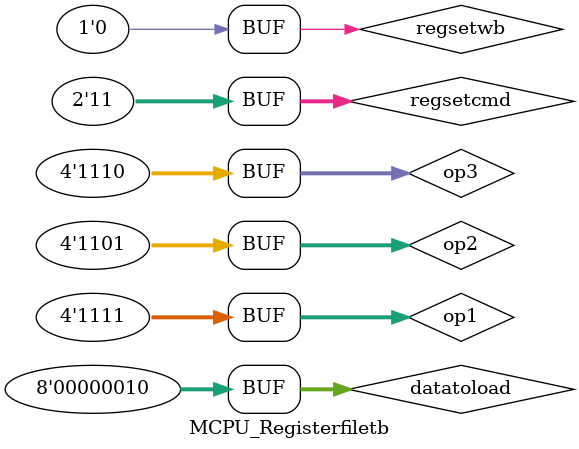
<source format=v>
module MCPU_Registerfiletb();
  
  parameter WORD_SIZE = 8;
  parameter OPERAND_SIZE = 4;
  parameter REGS_NUMBER_WIDTH = 4;
  
  reg [OPERAND_SIZE-1:0] op1, op2, op3;
  reg [WORD_SIZE-1:0] datatoload;
  reg [1:0] regsetcmd;
  reg regsetwb;
  
  wire [WORD_SIZE-1:0] RegOp1, alu1, alu2;
  
  MCPU_Registerfile #(.WORD_SIZE(WORD_SIZE), .OPERAND_SIZE(OPERAND_SIZE), .REGS_NUMBER_WIDTH(REGS_NUMBER_WIDTH)) regfileinst (
    .op1(op1),
    .op2(op2),
    .op3(op3),
    .datatoload(datatoload),
    .regsetcmd(regsetcmd),
    .regsetwb(regsetwb),
    
    .RegOp1(RegOp1),
    .alu1(alu1),
    .alu2(alu2)
  );
  
  initial begin
    regsetwb = 1'b0;
    
    #2
    op1 = 4'hC;
    datatoload = 8'h0;
    regsetcmd = 2'b10;
    regsetwb = ~regsetwb;
    #1
    regsetwb = ~regsetwb;
    
    #2 
    op1 = 4'hD;
    datatoload = 8'h1;
    regsetcmd = 2'b10;
    regsetwb = ~regsetwb;
    #1
    regsetwb = ~regsetwb;
    
    #2 
    op1 = 4'hE;
    datatoload = 8'h2;
    regsetcmd = 2'b10;
    regsetwb = ~regsetwb;
    #1
    regsetwb = ~regsetwb;
    
    #2
    op1 = 4'hC;
    op2 = 4'hD;
    op3 = 4'hE;
    regsetcmd = 2'b11;
    
    #2
    op1 = 4'hF;
    op2 = 4'hE;
    regsetcmd = 2'b01;
    regsetwb = ~regsetwb;
    #1
    regsetwb = ~regsetwb;
    
    #2
    op1 = 4'hF;
    op2 = 4'hD;
    op3 = 4'hE;
    regsetcmd = 2'b11;
    
  end
endmodule
</source>
